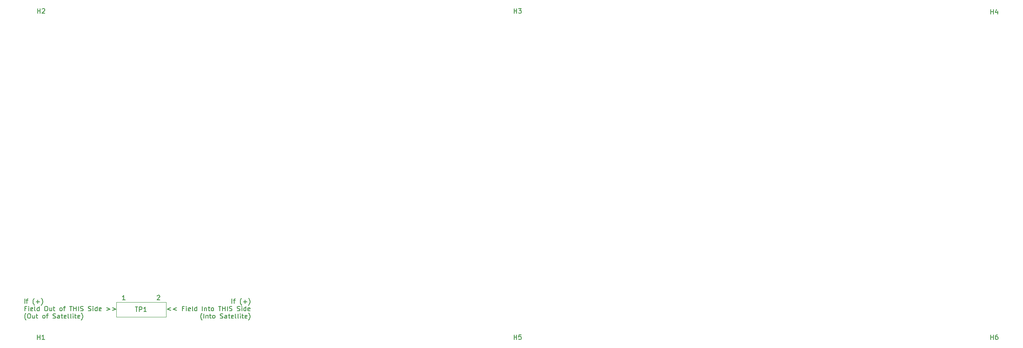
<source format=gto>
%TF.GenerationSoftware,KiCad,Pcbnew,7.0.2-0*%
%TF.CreationDate,2024-05-09T13:19:14-07:00*%
%TF.ProjectId,New_Coil_Panel_Y,4e65775f-436f-4696-9c5f-50616e656c5f,2.0*%
%TF.SameCoordinates,Original*%
%TF.FileFunction,Legend,Top*%
%TF.FilePolarity,Positive*%
%FSLAX46Y46*%
G04 Gerber Fmt 4.6, Leading zero omitted, Abs format (unit mm)*
G04 Created by KiCad (PCBNEW 7.0.2-0) date 2024-05-09 13:19:14*
%MOMM*%
%LPD*%
G01*
G04 APERTURE LIST*
%ADD10C,0.150000*%
%ADD11C,0.120000*%
%ADD12C,2.600000*%
%ADD13C,3.800000*%
G04 APERTURE END LIST*
D10*
X48842095Y-117311619D02*
X48842095Y-116311619D01*
X49175428Y-116644952D02*
X49556380Y-116644952D01*
X49318285Y-117311619D02*
X49318285Y-116454476D01*
X49318285Y-116454476D02*
X49365904Y-116359238D01*
X49365904Y-116359238D02*
X49461142Y-116311619D01*
X49461142Y-116311619D02*
X49556380Y-116311619D01*
X50937333Y-117692571D02*
X50889714Y-117644952D01*
X50889714Y-117644952D02*
X50794476Y-117502095D01*
X50794476Y-117502095D02*
X50746857Y-117406857D01*
X50746857Y-117406857D02*
X50699238Y-117264000D01*
X50699238Y-117264000D02*
X50651619Y-117025904D01*
X50651619Y-117025904D02*
X50651619Y-116835428D01*
X50651619Y-116835428D02*
X50699238Y-116597333D01*
X50699238Y-116597333D02*
X50746857Y-116454476D01*
X50746857Y-116454476D02*
X50794476Y-116359238D01*
X50794476Y-116359238D02*
X50889714Y-116216380D01*
X50889714Y-116216380D02*
X50937333Y-116168761D01*
X51318286Y-116930666D02*
X52080191Y-116930666D01*
X51699238Y-117311619D02*
X51699238Y-116549714D01*
X52461143Y-117692571D02*
X52508762Y-117644952D01*
X52508762Y-117644952D02*
X52604000Y-117502095D01*
X52604000Y-117502095D02*
X52651619Y-117406857D01*
X52651619Y-117406857D02*
X52699238Y-117264000D01*
X52699238Y-117264000D02*
X52746857Y-117025904D01*
X52746857Y-117025904D02*
X52746857Y-116835428D01*
X52746857Y-116835428D02*
X52699238Y-116597333D01*
X52699238Y-116597333D02*
X52651619Y-116454476D01*
X52651619Y-116454476D02*
X52604000Y-116359238D01*
X52604000Y-116359238D02*
X52508762Y-116216380D01*
X52508762Y-116216380D02*
X52461143Y-116168761D01*
X49175428Y-118407809D02*
X48842095Y-118407809D01*
X48842095Y-118931619D02*
X48842095Y-117931619D01*
X48842095Y-117931619D02*
X49318285Y-117931619D01*
X49699238Y-118931619D02*
X49699238Y-118264952D01*
X49699238Y-117931619D02*
X49651619Y-117979238D01*
X49651619Y-117979238D02*
X49699238Y-118026857D01*
X49699238Y-118026857D02*
X49746857Y-117979238D01*
X49746857Y-117979238D02*
X49699238Y-117931619D01*
X49699238Y-117931619D02*
X49699238Y-118026857D01*
X50556380Y-118884000D02*
X50461142Y-118931619D01*
X50461142Y-118931619D02*
X50270666Y-118931619D01*
X50270666Y-118931619D02*
X50175428Y-118884000D01*
X50175428Y-118884000D02*
X50127809Y-118788761D01*
X50127809Y-118788761D02*
X50127809Y-118407809D01*
X50127809Y-118407809D02*
X50175428Y-118312571D01*
X50175428Y-118312571D02*
X50270666Y-118264952D01*
X50270666Y-118264952D02*
X50461142Y-118264952D01*
X50461142Y-118264952D02*
X50556380Y-118312571D01*
X50556380Y-118312571D02*
X50603999Y-118407809D01*
X50603999Y-118407809D02*
X50603999Y-118503047D01*
X50603999Y-118503047D02*
X50127809Y-118598285D01*
X51175428Y-118931619D02*
X51080190Y-118884000D01*
X51080190Y-118884000D02*
X51032571Y-118788761D01*
X51032571Y-118788761D02*
X51032571Y-117931619D01*
X51984952Y-118931619D02*
X51984952Y-117931619D01*
X51984952Y-118884000D02*
X51889714Y-118931619D01*
X51889714Y-118931619D02*
X51699238Y-118931619D01*
X51699238Y-118931619D02*
X51604000Y-118884000D01*
X51604000Y-118884000D02*
X51556381Y-118836380D01*
X51556381Y-118836380D02*
X51508762Y-118741142D01*
X51508762Y-118741142D02*
X51508762Y-118455428D01*
X51508762Y-118455428D02*
X51556381Y-118360190D01*
X51556381Y-118360190D02*
X51604000Y-118312571D01*
X51604000Y-118312571D02*
X51699238Y-118264952D01*
X51699238Y-118264952D02*
X51889714Y-118264952D01*
X51889714Y-118264952D02*
X51984952Y-118312571D01*
X53413524Y-117931619D02*
X53604000Y-117931619D01*
X53604000Y-117931619D02*
X53699238Y-117979238D01*
X53699238Y-117979238D02*
X53794476Y-118074476D01*
X53794476Y-118074476D02*
X53842095Y-118264952D01*
X53842095Y-118264952D02*
X53842095Y-118598285D01*
X53842095Y-118598285D02*
X53794476Y-118788761D01*
X53794476Y-118788761D02*
X53699238Y-118884000D01*
X53699238Y-118884000D02*
X53604000Y-118931619D01*
X53604000Y-118931619D02*
X53413524Y-118931619D01*
X53413524Y-118931619D02*
X53318286Y-118884000D01*
X53318286Y-118884000D02*
X53223048Y-118788761D01*
X53223048Y-118788761D02*
X53175429Y-118598285D01*
X53175429Y-118598285D02*
X53175429Y-118264952D01*
X53175429Y-118264952D02*
X53223048Y-118074476D01*
X53223048Y-118074476D02*
X53318286Y-117979238D01*
X53318286Y-117979238D02*
X53413524Y-117931619D01*
X54699238Y-118264952D02*
X54699238Y-118931619D01*
X54270667Y-118264952D02*
X54270667Y-118788761D01*
X54270667Y-118788761D02*
X54318286Y-118884000D01*
X54318286Y-118884000D02*
X54413524Y-118931619D01*
X54413524Y-118931619D02*
X54556381Y-118931619D01*
X54556381Y-118931619D02*
X54651619Y-118884000D01*
X54651619Y-118884000D02*
X54699238Y-118836380D01*
X55032572Y-118264952D02*
X55413524Y-118264952D01*
X55175429Y-117931619D02*
X55175429Y-118788761D01*
X55175429Y-118788761D02*
X55223048Y-118884000D01*
X55223048Y-118884000D02*
X55318286Y-118931619D01*
X55318286Y-118931619D02*
X55413524Y-118931619D01*
X56651620Y-118931619D02*
X56556382Y-118884000D01*
X56556382Y-118884000D02*
X56508763Y-118836380D01*
X56508763Y-118836380D02*
X56461144Y-118741142D01*
X56461144Y-118741142D02*
X56461144Y-118455428D01*
X56461144Y-118455428D02*
X56508763Y-118360190D01*
X56508763Y-118360190D02*
X56556382Y-118312571D01*
X56556382Y-118312571D02*
X56651620Y-118264952D01*
X56651620Y-118264952D02*
X56794477Y-118264952D01*
X56794477Y-118264952D02*
X56889715Y-118312571D01*
X56889715Y-118312571D02*
X56937334Y-118360190D01*
X56937334Y-118360190D02*
X56984953Y-118455428D01*
X56984953Y-118455428D02*
X56984953Y-118741142D01*
X56984953Y-118741142D02*
X56937334Y-118836380D01*
X56937334Y-118836380D02*
X56889715Y-118884000D01*
X56889715Y-118884000D02*
X56794477Y-118931619D01*
X56794477Y-118931619D02*
X56651620Y-118931619D01*
X57270668Y-118264952D02*
X57651620Y-118264952D01*
X57413525Y-118931619D02*
X57413525Y-118074476D01*
X57413525Y-118074476D02*
X57461144Y-117979238D01*
X57461144Y-117979238D02*
X57556382Y-117931619D01*
X57556382Y-117931619D02*
X57651620Y-117931619D01*
X58604002Y-117931619D02*
X59175430Y-117931619D01*
X58889716Y-118931619D02*
X58889716Y-117931619D01*
X59508764Y-118931619D02*
X59508764Y-117931619D01*
X59508764Y-118407809D02*
X60080192Y-118407809D01*
X60080192Y-118931619D02*
X60080192Y-117931619D01*
X60556383Y-118931619D02*
X60556383Y-117931619D01*
X60984954Y-118884000D02*
X61127811Y-118931619D01*
X61127811Y-118931619D02*
X61365906Y-118931619D01*
X61365906Y-118931619D02*
X61461144Y-118884000D01*
X61461144Y-118884000D02*
X61508763Y-118836380D01*
X61508763Y-118836380D02*
X61556382Y-118741142D01*
X61556382Y-118741142D02*
X61556382Y-118645904D01*
X61556382Y-118645904D02*
X61508763Y-118550666D01*
X61508763Y-118550666D02*
X61461144Y-118503047D01*
X61461144Y-118503047D02*
X61365906Y-118455428D01*
X61365906Y-118455428D02*
X61175430Y-118407809D01*
X61175430Y-118407809D02*
X61080192Y-118360190D01*
X61080192Y-118360190D02*
X61032573Y-118312571D01*
X61032573Y-118312571D02*
X60984954Y-118217333D01*
X60984954Y-118217333D02*
X60984954Y-118122095D01*
X60984954Y-118122095D02*
X61032573Y-118026857D01*
X61032573Y-118026857D02*
X61080192Y-117979238D01*
X61080192Y-117979238D02*
X61175430Y-117931619D01*
X61175430Y-117931619D02*
X61413525Y-117931619D01*
X61413525Y-117931619D02*
X61556382Y-117979238D01*
X62699240Y-118884000D02*
X62842097Y-118931619D01*
X62842097Y-118931619D02*
X63080192Y-118931619D01*
X63080192Y-118931619D02*
X63175430Y-118884000D01*
X63175430Y-118884000D02*
X63223049Y-118836380D01*
X63223049Y-118836380D02*
X63270668Y-118741142D01*
X63270668Y-118741142D02*
X63270668Y-118645904D01*
X63270668Y-118645904D02*
X63223049Y-118550666D01*
X63223049Y-118550666D02*
X63175430Y-118503047D01*
X63175430Y-118503047D02*
X63080192Y-118455428D01*
X63080192Y-118455428D02*
X62889716Y-118407809D01*
X62889716Y-118407809D02*
X62794478Y-118360190D01*
X62794478Y-118360190D02*
X62746859Y-118312571D01*
X62746859Y-118312571D02*
X62699240Y-118217333D01*
X62699240Y-118217333D02*
X62699240Y-118122095D01*
X62699240Y-118122095D02*
X62746859Y-118026857D01*
X62746859Y-118026857D02*
X62794478Y-117979238D01*
X62794478Y-117979238D02*
X62889716Y-117931619D01*
X62889716Y-117931619D02*
X63127811Y-117931619D01*
X63127811Y-117931619D02*
X63270668Y-117979238D01*
X63699240Y-118931619D02*
X63699240Y-118264952D01*
X63699240Y-117931619D02*
X63651621Y-117979238D01*
X63651621Y-117979238D02*
X63699240Y-118026857D01*
X63699240Y-118026857D02*
X63746859Y-117979238D01*
X63746859Y-117979238D02*
X63699240Y-117931619D01*
X63699240Y-117931619D02*
X63699240Y-118026857D01*
X64604001Y-118931619D02*
X64604001Y-117931619D01*
X64604001Y-118884000D02*
X64508763Y-118931619D01*
X64508763Y-118931619D02*
X64318287Y-118931619D01*
X64318287Y-118931619D02*
X64223049Y-118884000D01*
X64223049Y-118884000D02*
X64175430Y-118836380D01*
X64175430Y-118836380D02*
X64127811Y-118741142D01*
X64127811Y-118741142D02*
X64127811Y-118455428D01*
X64127811Y-118455428D02*
X64175430Y-118360190D01*
X64175430Y-118360190D02*
X64223049Y-118312571D01*
X64223049Y-118312571D02*
X64318287Y-118264952D01*
X64318287Y-118264952D02*
X64508763Y-118264952D01*
X64508763Y-118264952D02*
X64604001Y-118312571D01*
X65461144Y-118884000D02*
X65365906Y-118931619D01*
X65365906Y-118931619D02*
X65175430Y-118931619D01*
X65175430Y-118931619D02*
X65080192Y-118884000D01*
X65080192Y-118884000D02*
X65032573Y-118788761D01*
X65032573Y-118788761D02*
X65032573Y-118407809D01*
X65032573Y-118407809D02*
X65080192Y-118312571D01*
X65080192Y-118312571D02*
X65175430Y-118264952D01*
X65175430Y-118264952D02*
X65365906Y-118264952D01*
X65365906Y-118264952D02*
X65461144Y-118312571D01*
X65461144Y-118312571D02*
X65508763Y-118407809D01*
X65508763Y-118407809D02*
X65508763Y-118503047D01*
X65508763Y-118503047D02*
X65032573Y-118598285D01*
X66699240Y-118264952D02*
X67461145Y-118550666D01*
X67461145Y-118550666D02*
X66699240Y-118836380D01*
X67937335Y-118264952D02*
X68699240Y-118550666D01*
X68699240Y-118550666D02*
X67937335Y-118836380D01*
X49127809Y-120932571D02*
X49080190Y-120884952D01*
X49080190Y-120884952D02*
X48984952Y-120742095D01*
X48984952Y-120742095D02*
X48937333Y-120646857D01*
X48937333Y-120646857D02*
X48889714Y-120504000D01*
X48889714Y-120504000D02*
X48842095Y-120265904D01*
X48842095Y-120265904D02*
X48842095Y-120075428D01*
X48842095Y-120075428D02*
X48889714Y-119837333D01*
X48889714Y-119837333D02*
X48937333Y-119694476D01*
X48937333Y-119694476D02*
X48984952Y-119599238D01*
X48984952Y-119599238D02*
X49080190Y-119456380D01*
X49080190Y-119456380D02*
X49127809Y-119408761D01*
X49699238Y-119551619D02*
X49889714Y-119551619D01*
X49889714Y-119551619D02*
X49984952Y-119599238D01*
X49984952Y-119599238D02*
X50080190Y-119694476D01*
X50080190Y-119694476D02*
X50127809Y-119884952D01*
X50127809Y-119884952D02*
X50127809Y-120218285D01*
X50127809Y-120218285D02*
X50080190Y-120408761D01*
X50080190Y-120408761D02*
X49984952Y-120504000D01*
X49984952Y-120504000D02*
X49889714Y-120551619D01*
X49889714Y-120551619D02*
X49699238Y-120551619D01*
X49699238Y-120551619D02*
X49604000Y-120504000D01*
X49604000Y-120504000D02*
X49508762Y-120408761D01*
X49508762Y-120408761D02*
X49461143Y-120218285D01*
X49461143Y-120218285D02*
X49461143Y-119884952D01*
X49461143Y-119884952D02*
X49508762Y-119694476D01*
X49508762Y-119694476D02*
X49604000Y-119599238D01*
X49604000Y-119599238D02*
X49699238Y-119551619D01*
X50984952Y-119884952D02*
X50984952Y-120551619D01*
X50556381Y-119884952D02*
X50556381Y-120408761D01*
X50556381Y-120408761D02*
X50604000Y-120504000D01*
X50604000Y-120504000D02*
X50699238Y-120551619D01*
X50699238Y-120551619D02*
X50842095Y-120551619D01*
X50842095Y-120551619D02*
X50937333Y-120504000D01*
X50937333Y-120504000D02*
X50984952Y-120456380D01*
X51318286Y-119884952D02*
X51699238Y-119884952D01*
X51461143Y-119551619D02*
X51461143Y-120408761D01*
X51461143Y-120408761D02*
X51508762Y-120504000D01*
X51508762Y-120504000D02*
X51604000Y-120551619D01*
X51604000Y-120551619D02*
X51699238Y-120551619D01*
X52937334Y-120551619D02*
X52842096Y-120504000D01*
X52842096Y-120504000D02*
X52794477Y-120456380D01*
X52794477Y-120456380D02*
X52746858Y-120361142D01*
X52746858Y-120361142D02*
X52746858Y-120075428D01*
X52746858Y-120075428D02*
X52794477Y-119980190D01*
X52794477Y-119980190D02*
X52842096Y-119932571D01*
X52842096Y-119932571D02*
X52937334Y-119884952D01*
X52937334Y-119884952D02*
X53080191Y-119884952D01*
X53080191Y-119884952D02*
X53175429Y-119932571D01*
X53175429Y-119932571D02*
X53223048Y-119980190D01*
X53223048Y-119980190D02*
X53270667Y-120075428D01*
X53270667Y-120075428D02*
X53270667Y-120361142D01*
X53270667Y-120361142D02*
X53223048Y-120456380D01*
X53223048Y-120456380D02*
X53175429Y-120504000D01*
X53175429Y-120504000D02*
X53080191Y-120551619D01*
X53080191Y-120551619D02*
X52937334Y-120551619D01*
X53556382Y-119884952D02*
X53937334Y-119884952D01*
X53699239Y-120551619D02*
X53699239Y-119694476D01*
X53699239Y-119694476D02*
X53746858Y-119599238D01*
X53746858Y-119599238D02*
X53842096Y-119551619D01*
X53842096Y-119551619D02*
X53937334Y-119551619D01*
X54984954Y-120504000D02*
X55127811Y-120551619D01*
X55127811Y-120551619D02*
X55365906Y-120551619D01*
X55365906Y-120551619D02*
X55461144Y-120504000D01*
X55461144Y-120504000D02*
X55508763Y-120456380D01*
X55508763Y-120456380D02*
X55556382Y-120361142D01*
X55556382Y-120361142D02*
X55556382Y-120265904D01*
X55556382Y-120265904D02*
X55508763Y-120170666D01*
X55508763Y-120170666D02*
X55461144Y-120123047D01*
X55461144Y-120123047D02*
X55365906Y-120075428D01*
X55365906Y-120075428D02*
X55175430Y-120027809D01*
X55175430Y-120027809D02*
X55080192Y-119980190D01*
X55080192Y-119980190D02*
X55032573Y-119932571D01*
X55032573Y-119932571D02*
X54984954Y-119837333D01*
X54984954Y-119837333D02*
X54984954Y-119742095D01*
X54984954Y-119742095D02*
X55032573Y-119646857D01*
X55032573Y-119646857D02*
X55080192Y-119599238D01*
X55080192Y-119599238D02*
X55175430Y-119551619D01*
X55175430Y-119551619D02*
X55413525Y-119551619D01*
X55413525Y-119551619D02*
X55556382Y-119599238D01*
X56413525Y-120551619D02*
X56413525Y-120027809D01*
X56413525Y-120027809D02*
X56365906Y-119932571D01*
X56365906Y-119932571D02*
X56270668Y-119884952D01*
X56270668Y-119884952D02*
X56080192Y-119884952D01*
X56080192Y-119884952D02*
X55984954Y-119932571D01*
X56413525Y-120504000D02*
X56318287Y-120551619D01*
X56318287Y-120551619D02*
X56080192Y-120551619D01*
X56080192Y-120551619D02*
X55984954Y-120504000D01*
X55984954Y-120504000D02*
X55937335Y-120408761D01*
X55937335Y-120408761D02*
X55937335Y-120313523D01*
X55937335Y-120313523D02*
X55984954Y-120218285D01*
X55984954Y-120218285D02*
X56080192Y-120170666D01*
X56080192Y-120170666D02*
X56318287Y-120170666D01*
X56318287Y-120170666D02*
X56413525Y-120123047D01*
X56746859Y-119884952D02*
X57127811Y-119884952D01*
X56889716Y-119551619D02*
X56889716Y-120408761D01*
X56889716Y-120408761D02*
X56937335Y-120504000D01*
X56937335Y-120504000D02*
X57032573Y-120551619D01*
X57032573Y-120551619D02*
X57127811Y-120551619D01*
X57842097Y-120504000D02*
X57746859Y-120551619D01*
X57746859Y-120551619D02*
X57556383Y-120551619D01*
X57556383Y-120551619D02*
X57461145Y-120504000D01*
X57461145Y-120504000D02*
X57413526Y-120408761D01*
X57413526Y-120408761D02*
X57413526Y-120027809D01*
X57413526Y-120027809D02*
X57461145Y-119932571D01*
X57461145Y-119932571D02*
X57556383Y-119884952D01*
X57556383Y-119884952D02*
X57746859Y-119884952D01*
X57746859Y-119884952D02*
X57842097Y-119932571D01*
X57842097Y-119932571D02*
X57889716Y-120027809D01*
X57889716Y-120027809D02*
X57889716Y-120123047D01*
X57889716Y-120123047D02*
X57413526Y-120218285D01*
X58461145Y-120551619D02*
X58365907Y-120504000D01*
X58365907Y-120504000D02*
X58318288Y-120408761D01*
X58318288Y-120408761D02*
X58318288Y-119551619D01*
X58984955Y-120551619D02*
X58889717Y-120504000D01*
X58889717Y-120504000D02*
X58842098Y-120408761D01*
X58842098Y-120408761D02*
X58842098Y-119551619D01*
X59365908Y-120551619D02*
X59365908Y-119884952D01*
X59365908Y-119551619D02*
X59318289Y-119599238D01*
X59318289Y-119599238D02*
X59365908Y-119646857D01*
X59365908Y-119646857D02*
X59413527Y-119599238D01*
X59413527Y-119599238D02*
X59365908Y-119551619D01*
X59365908Y-119551619D02*
X59365908Y-119646857D01*
X59699241Y-119884952D02*
X60080193Y-119884952D01*
X59842098Y-119551619D02*
X59842098Y-120408761D01*
X59842098Y-120408761D02*
X59889717Y-120504000D01*
X59889717Y-120504000D02*
X59984955Y-120551619D01*
X59984955Y-120551619D02*
X60080193Y-120551619D01*
X60794479Y-120504000D02*
X60699241Y-120551619D01*
X60699241Y-120551619D02*
X60508765Y-120551619D01*
X60508765Y-120551619D02*
X60413527Y-120504000D01*
X60413527Y-120504000D02*
X60365908Y-120408761D01*
X60365908Y-120408761D02*
X60365908Y-120027809D01*
X60365908Y-120027809D02*
X60413527Y-119932571D01*
X60413527Y-119932571D02*
X60508765Y-119884952D01*
X60508765Y-119884952D02*
X60699241Y-119884952D01*
X60699241Y-119884952D02*
X60794479Y-119932571D01*
X60794479Y-119932571D02*
X60842098Y-120027809D01*
X60842098Y-120027809D02*
X60842098Y-120123047D01*
X60842098Y-120123047D02*
X60365908Y-120218285D01*
X61175432Y-120932571D02*
X61223051Y-120884952D01*
X61223051Y-120884952D02*
X61318289Y-120742095D01*
X61318289Y-120742095D02*
X61365908Y-120646857D01*
X61365908Y-120646857D02*
X61413527Y-120504000D01*
X61413527Y-120504000D02*
X61461146Y-120265904D01*
X61461146Y-120265904D02*
X61461146Y-120075428D01*
X61461146Y-120075428D02*
X61413527Y-119837333D01*
X61413527Y-119837333D02*
X61365908Y-119694476D01*
X61365908Y-119694476D02*
X61318289Y-119599238D01*
X61318289Y-119599238D02*
X61223051Y-119456380D01*
X61223051Y-119456380D02*
X61175432Y-119408761D01*
X77694476Y-115646857D02*
X77742095Y-115599238D01*
X77742095Y-115599238D02*
X77837333Y-115551619D01*
X77837333Y-115551619D02*
X78075428Y-115551619D01*
X78075428Y-115551619D02*
X78170666Y-115599238D01*
X78170666Y-115599238D02*
X78218285Y-115646857D01*
X78218285Y-115646857D02*
X78265904Y-115742095D01*
X78265904Y-115742095D02*
X78265904Y-115837333D01*
X78265904Y-115837333D02*
X78218285Y-115980190D01*
X78218285Y-115980190D02*
X77646857Y-116551619D01*
X77646857Y-116551619D02*
X78265904Y-116551619D01*
X93961142Y-117311619D02*
X93961142Y-116311619D01*
X94294475Y-116644952D02*
X94675427Y-116644952D01*
X94437332Y-117311619D02*
X94437332Y-116454476D01*
X94437332Y-116454476D02*
X94484951Y-116359238D01*
X94484951Y-116359238D02*
X94580189Y-116311619D01*
X94580189Y-116311619D02*
X94675427Y-116311619D01*
X96056380Y-117692571D02*
X96008761Y-117644952D01*
X96008761Y-117644952D02*
X95913523Y-117502095D01*
X95913523Y-117502095D02*
X95865904Y-117406857D01*
X95865904Y-117406857D02*
X95818285Y-117264000D01*
X95818285Y-117264000D02*
X95770666Y-117025904D01*
X95770666Y-117025904D02*
X95770666Y-116835428D01*
X95770666Y-116835428D02*
X95818285Y-116597333D01*
X95818285Y-116597333D02*
X95865904Y-116454476D01*
X95865904Y-116454476D02*
X95913523Y-116359238D01*
X95913523Y-116359238D02*
X96008761Y-116216380D01*
X96008761Y-116216380D02*
X96056380Y-116168761D01*
X96437333Y-116930666D02*
X97199238Y-116930666D01*
X96818285Y-117311619D02*
X96818285Y-116549714D01*
X97580190Y-117692571D02*
X97627809Y-117644952D01*
X97627809Y-117644952D02*
X97723047Y-117502095D01*
X97723047Y-117502095D02*
X97770666Y-117406857D01*
X97770666Y-117406857D02*
X97818285Y-117264000D01*
X97818285Y-117264000D02*
X97865904Y-117025904D01*
X97865904Y-117025904D02*
X97865904Y-116835428D01*
X97865904Y-116835428D02*
X97818285Y-116597333D01*
X97818285Y-116597333D02*
X97770666Y-116454476D01*
X97770666Y-116454476D02*
X97723047Y-116359238D01*
X97723047Y-116359238D02*
X97627809Y-116216380D01*
X97627809Y-116216380D02*
X97580190Y-116168761D01*
X80675428Y-118264952D02*
X79913523Y-118550666D01*
X79913523Y-118550666D02*
X80675428Y-118836380D01*
X81913523Y-118264952D02*
X81151618Y-118550666D01*
X81151618Y-118550666D02*
X81913523Y-118836380D01*
X83484951Y-118407809D02*
X83151618Y-118407809D01*
X83151618Y-118931619D02*
X83151618Y-117931619D01*
X83151618Y-117931619D02*
X83627808Y-117931619D01*
X84008761Y-118931619D02*
X84008761Y-118264952D01*
X84008761Y-117931619D02*
X83961142Y-117979238D01*
X83961142Y-117979238D02*
X84008761Y-118026857D01*
X84008761Y-118026857D02*
X84056380Y-117979238D01*
X84056380Y-117979238D02*
X84008761Y-117931619D01*
X84008761Y-117931619D02*
X84008761Y-118026857D01*
X84865903Y-118884000D02*
X84770665Y-118931619D01*
X84770665Y-118931619D02*
X84580189Y-118931619D01*
X84580189Y-118931619D02*
X84484951Y-118884000D01*
X84484951Y-118884000D02*
X84437332Y-118788761D01*
X84437332Y-118788761D02*
X84437332Y-118407809D01*
X84437332Y-118407809D02*
X84484951Y-118312571D01*
X84484951Y-118312571D02*
X84580189Y-118264952D01*
X84580189Y-118264952D02*
X84770665Y-118264952D01*
X84770665Y-118264952D02*
X84865903Y-118312571D01*
X84865903Y-118312571D02*
X84913522Y-118407809D01*
X84913522Y-118407809D02*
X84913522Y-118503047D01*
X84913522Y-118503047D02*
X84437332Y-118598285D01*
X85484951Y-118931619D02*
X85389713Y-118884000D01*
X85389713Y-118884000D02*
X85342094Y-118788761D01*
X85342094Y-118788761D02*
X85342094Y-117931619D01*
X86294475Y-118931619D02*
X86294475Y-117931619D01*
X86294475Y-118884000D02*
X86199237Y-118931619D01*
X86199237Y-118931619D02*
X86008761Y-118931619D01*
X86008761Y-118931619D02*
X85913523Y-118884000D01*
X85913523Y-118884000D02*
X85865904Y-118836380D01*
X85865904Y-118836380D02*
X85818285Y-118741142D01*
X85818285Y-118741142D02*
X85818285Y-118455428D01*
X85818285Y-118455428D02*
X85865904Y-118360190D01*
X85865904Y-118360190D02*
X85913523Y-118312571D01*
X85913523Y-118312571D02*
X86008761Y-118264952D01*
X86008761Y-118264952D02*
X86199237Y-118264952D01*
X86199237Y-118264952D02*
X86294475Y-118312571D01*
X87532571Y-118931619D02*
X87532571Y-117931619D01*
X88008761Y-118264952D02*
X88008761Y-118931619D01*
X88008761Y-118360190D02*
X88056380Y-118312571D01*
X88056380Y-118312571D02*
X88151618Y-118264952D01*
X88151618Y-118264952D02*
X88294475Y-118264952D01*
X88294475Y-118264952D02*
X88389713Y-118312571D01*
X88389713Y-118312571D02*
X88437332Y-118407809D01*
X88437332Y-118407809D02*
X88437332Y-118931619D01*
X88770666Y-118264952D02*
X89151618Y-118264952D01*
X88913523Y-117931619D02*
X88913523Y-118788761D01*
X88913523Y-118788761D02*
X88961142Y-118884000D01*
X88961142Y-118884000D02*
X89056380Y-118931619D01*
X89056380Y-118931619D02*
X89151618Y-118931619D01*
X89627809Y-118931619D02*
X89532571Y-118884000D01*
X89532571Y-118884000D02*
X89484952Y-118836380D01*
X89484952Y-118836380D02*
X89437333Y-118741142D01*
X89437333Y-118741142D02*
X89437333Y-118455428D01*
X89437333Y-118455428D02*
X89484952Y-118360190D01*
X89484952Y-118360190D02*
X89532571Y-118312571D01*
X89532571Y-118312571D02*
X89627809Y-118264952D01*
X89627809Y-118264952D02*
X89770666Y-118264952D01*
X89770666Y-118264952D02*
X89865904Y-118312571D01*
X89865904Y-118312571D02*
X89913523Y-118360190D01*
X89913523Y-118360190D02*
X89961142Y-118455428D01*
X89961142Y-118455428D02*
X89961142Y-118741142D01*
X89961142Y-118741142D02*
X89913523Y-118836380D01*
X89913523Y-118836380D02*
X89865904Y-118884000D01*
X89865904Y-118884000D02*
X89770666Y-118931619D01*
X89770666Y-118931619D02*
X89627809Y-118931619D01*
X91008762Y-117931619D02*
X91580190Y-117931619D01*
X91294476Y-118931619D02*
X91294476Y-117931619D01*
X91913524Y-118931619D02*
X91913524Y-117931619D01*
X91913524Y-118407809D02*
X92484952Y-118407809D01*
X92484952Y-118931619D02*
X92484952Y-117931619D01*
X92961143Y-118931619D02*
X92961143Y-117931619D01*
X93389714Y-118884000D02*
X93532571Y-118931619D01*
X93532571Y-118931619D02*
X93770666Y-118931619D01*
X93770666Y-118931619D02*
X93865904Y-118884000D01*
X93865904Y-118884000D02*
X93913523Y-118836380D01*
X93913523Y-118836380D02*
X93961142Y-118741142D01*
X93961142Y-118741142D02*
X93961142Y-118645904D01*
X93961142Y-118645904D02*
X93913523Y-118550666D01*
X93913523Y-118550666D02*
X93865904Y-118503047D01*
X93865904Y-118503047D02*
X93770666Y-118455428D01*
X93770666Y-118455428D02*
X93580190Y-118407809D01*
X93580190Y-118407809D02*
X93484952Y-118360190D01*
X93484952Y-118360190D02*
X93437333Y-118312571D01*
X93437333Y-118312571D02*
X93389714Y-118217333D01*
X93389714Y-118217333D02*
X93389714Y-118122095D01*
X93389714Y-118122095D02*
X93437333Y-118026857D01*
X93437333Y-118026857D02*
X93484952Y-117979238D01*
X93484952Y-117979238D02*
X93580190Y-117931619D01*
X93580190Y-117931619D02*
X93818285Y-117931619D01*
X93818285Y-117931619D02*
X93961142Y-117979238D01*
X95104000Y-118884000D02*
X95246857Y-118931619D01*
X95246857Y-118931619D02*
X95484952Y-118931619D01*
X95484952Y-118931619D02*
X95580190Y-118884000D01*
X95580190Y-118884000D02*
X95627809Y-118836380D01*
X95627809Y-118836380D02*
X95675428Y-118741142D01*
X95675428Y-118741142D02*
X95675428Y-118645904D01*
X95675428Y-118645904D02*
X95627809Y-118550666D01*
X95627809Y-118550666D02*
X95580190Y-118503047D01*
X95580190Y-118503047D02*
X95484952Y-118455428D01*
X95484952Y-118455428D02*
X95294476Y-118407809D01*
X95294476Y-118407809D02*
X95199238Y-118360190D01*
X95199238Y-118360190D02*
X95151619Y-118312571D01*
X95151619Y-118312571D02*
X95104000Y-118217333D01*
X95104000Y-118217333D02*
X95104000Y-118122095D01*
X95104000Y-118122095D02*
X95151619Y-118026857D01*
X95151619Y-118026857D02*
X95199238Y-117979238D01*
X95199238Y-117979238D02*
X95294476Y-117931619D01*
X95294476Y-117931619D02*
X95532571Y-117931619D01*
X95532571Y-117931619D02*
X95675428Y-117979238D01*
X96104000Y-118931619D02*
X96104000Y-118264952D01*
X96104000Y-117931619D02*
X96056381Y-117979238D01*
X96056381Y-117979238D02*
X96104000Y-118026857D01*
X96104000Y-118026857D02*
X96151619Y-117979238D01*
X96151619Y-117979238D02*
X96104000Y-117931619D01*
X96104000Y-117931619D02*
X96104000Y-118026857D01*
X97008761Y-118931619D02*
X97008761Y-117931619D01*
X97008761Y-118884000D02*
X96913523Y-118931619D01*
X96913523Y-118931619D02*
X96723047Y-118931619D01*
X96723047Y-118931619D02*
X96627809Y-118884000D01*
X96627809Y-118884000D02*
X96580190Y-118836380D01*
X96580190Y-118836380D02*
X96532571Y-118741142D01*
X96532571Y-118741142D02*
X96532571Y-118455428D01*
X96532571Y-118455428D02*
X96580190Y-118360190D01*
X96580190Y-118360190D02*
X96627809Y-118312571D01*
X96627809Y-118312571D02*
X96723047Y-118264952D01*
X96723047Y-118264952D02*
X96913523Y-118264952D01*
X96913523Y-118264952D02*
X97008761Y-118312571D01*
X97865904Y-118884000D02*
X97770666Y-118931619D01*
X97770666Y-118931619D02*
X97580190Y-118931619D01*
X97580190Y-118931619D02*
X97484952Y-118884000D01*
X97484952Y-118884000D02*
X97437333Y-118788761D01*
X97437333Y-118788761D02*
X97437333Y-118407809D01*
X97437333Y-118407809D02*
X97484952Y-118312571D01*
X97484952Y-118312571D02*
X97580190Y-118264952D01*
X97580190Y-118264952D02*
X97770666Y-118264952D01*
X97770666Y-118264952D02*
X97865904Y-118312571D01*
X97865904Y-118312571D02*
X97913523Y-118407809D01*
X97913523Y-118407809D02*
X97913523Y-118503047D01*
X97913523Y-118503047D02*
X97437333Y-118598285D01*
X87437330Y-120932571D02*
X87389711Y-120884952D01*
X87389711Y-120884952D02*
X87294473Y-120742095D01*
X87294473Y-120742095D02*
X87246854Y-120646857D01*
X87246854Y-120646857D02*
X87199235Y-120504000D01*
X87199235Y-120504000D02*
X87151616Y-120265904D01*
X87151616Y-120265904D02*
X87151616Y-120075428D01*
X87151616Y-120075428D02*
X87199235Y-119837333D01*
X87199235Y-119837333D02*
X87246854Y-119694476D01*
X87246854Y-119694476D02*
X87294473Y-119599238D01*
X87294473Y-119599238D02*
X87389711Y-119456380D01*
X87389711Y-119456380D02*
X87437330Y-119408761D01*
X87818283Y-120551619D02*
X87818283Y-119551619D01*
X88294473Y-119884952D02*
X88294473Y-120551619D01*
X88294473Y-119980190D02*
X88342092Y-119932571D01*
X88342092Y-119932571D02*
X88437330Y-119884952D01*
X88437330Y-119884952D02*
X88580187Y-119884952D01*
X88580187Y-119884952D02*
X88675425Y-119932571D01*
X88675425Y-119932571D02*
X88723044Y-120027809D01*
X88723044Y-120027809D02*
X88723044Y-120551619D01*
X89056378Y-119884952D02*
X89437330Y-119884952D01*
X89199235Y-119551619D02*
X89199235Y-120408761D01*
X89199235Y-120408761D02*
X89246854Y-120504000D01*
X89246854Y-120504000D02*
X89342092Y-120551619D01*
X89342092Y-120551619D02*
X89437330Y-120551619D01*
X89913521Y-120551619D02*
X89818283Y-120504000D01*
X89818283Y-120504000D02*
X89770664Y-120456380D01*
X89770664Y-120456380D02*
X89723045Y-120361142D01*
X89723045Y-120361142D02*
X89723045Y-120075428D01*
X89723045Y-120075428D02*
X89770664Y-119980190D01*
X89770664Y-119980190D02*
X89818283Y-119932571D01*
X89818283Y-119932571D02*
X89913521Y-119884952D01*
X89913521Y-119884952D02*
X90056378Y-119884952D01*
X90056378Y-119884952D02*
X90151616Y-119932571D01*
X90151616Y-119932571D02*
X90199235Y-119980190D01*
X90199235Y-119980190D02*
X90246854Y-120075428D01*
X90246854Y-120075428D02*
X90246854Y-120361142D01*
X90246854Y-120361142D02*
X90199235Y-120456380D01*
X90199235Y-120456380D02*
X90151616Y-120504000D01*
X90151616Y-120504000D02*
X90056378Y-120551619D01*
X90056378Y-120551619D02*
X89913521Y-120551619D01*
X91389712Y-120504000D02*
X91532569Y-120551619D01*
X91532569Y-120551619D02*
X91770664Y-120551619D01*
X91770664Y-120551619D02*
X91865902Y-120504000D01*
X91865902Y-120504000D02*
X91913521Y-120456380D01*
X91913521Y-120456380D02*
X91961140Y-120361142D01*
X91961140Y-120361142D02*
X91961140Y-120265904D01*
X91961140Y-120265904D02*
X91913521Y-120170666D01*
X91913521Y-120170666D02*
X91865902Y-120123047D01*
X91865902Y-120123047D02*
X91770664Y-120075428D01*
X91770664Y-120075428D02*
X91580188Y-120027809D01*
X91580188Y-120027809D02*
X91484950Y-119980190D01*
X91484950Y-119980190D02*
X91437331Y-119932571D01*
X91437331Y-119932571D02*
X91389712Y-119837333D01*
X91389712Y-119837333D02*
X91389712Y-119742095D01*
X91389712Y-119742095D02*
X91437331Y-119646857D01*
X91437331Y-119646857D02*
X91484950Y-119599238D01*
X91484950Y-119599238D02*
X91580188Y-119551619D01*
X91580188Y-119551619D02*
X91818283Y-119551619D01*
X91818283Y-119551619D02*
X91961140Y-119599238D01*
X92818283Y-120551619D02*
X92818283Y-120027809D01*
X92818283Y-120027809D02*
X92770664Y-119932571D01*
X92770664Y-119932571D02*
X92675426Y-119884952D01*
X92675426Y-119884952D02*
X92484950Y-119884952D01*
X92484950Y-119884952D02*
X92389712Y-119932571D01*
X92818283Y-120504000D02*
X92723045Y-120551619D01*
X92723045Y-120551619D02*
X92484950Y-120551619D01*
X92484950Y-120551619D02*
X92389712Y-120504000D01*
X92389712Y-120504000D02*
X92342093Y-120408761D01*
X92342093Y-120408761D02*
X92342093Y-120313523D01*
X92342093Y-120313523D02*
X92389712Y-120218285D01*
X92389712Y-120218285D02*
X92484950Y-120170666D01*
X92484950Y-120170666D02*
X92723045Y-120170666D01*
X92723045Y-120170666D02*
X92818283Y-120123047D01*
X93151617Y-119884952D02*
X93532569Y-119884952D01*
X93294474Y-119551619D02*
X93294474Y-120408761D01*
X93294474Y-120408761D02*
X93342093Y-120504000D01*
X93342093Y-120504000D02*
X93437331Y-120551619D01*
X93437331Y-120551619D02*
X93532569Y-120551619D01*
X94246855Y-120504000D02*
X94151617Y-120551619D01*
X94151617Y-120551619D02*
X93961141Y-120551619D01*
X93961141Y-120551619D02*
X93865903Y-120504000D01*
X93865903Y-120504000D02*
X93818284Y-120408761D01*
X93818284Y-120408761D02*
X93818284Y-120027809D01*
X93818284Y-120027809D02*
X93865903Y-119932571D01*
X93865903Y-119932571D02*
X93961141Y-119884952D01*
X93961141Y-119884952D02*
X94151617Y-119884952D01*
X94151617Y-119884952D02*
X94246855Y-119932571D01*
X94246855Y-119932571D02*
X94294474Y-120027809D01*
X94294474Y-120027809D02*
X94294474Y-120123047D01*
X94294474Y-120123047D02*
X93818284Y-120218285D01*
X94865903Y-120551619D02*
X94770665Y-120504000D01*
X94770665Y-120504000D02*
X94723046Y-120408761D01*
X94723046Y-120408761D02*
X94723046Y-119551619D01*
X95389713Y-120551619D02*
X95294475Y-120504000D01*
X95294475Y-120504000D02*
X95246856Y-120408761D01*
X95246856Y-120408761D02*
X95246856Y-119551619D01*
X95770666Y-120551619D02*
X95770666Y-119884952D01*
X95770666Y-119551619D02*
X95723047Y-119599238D01*
X95723047Y-119599238D02*
X95770666Y-119646857D01*
X95770666Y-119646857D02*
X95818285Y-119599238D01*
X95818285Y-119599238D02*
X95770666Y-119551619D01*
X95770666Y-119551619D02*
X95770666Y-119646857D01*
X96103999Y-119884952D02*
X96484951Y-119884952D01*
X96246856Y-119551619D02*
X96246856Y-120408761D01*
X96246856Y-120408761D02*
X96294475Y-120504000D01*
X96294475Y-120504000D02*
X96389713Y-120551619D01*
X96389713Y-120551619D02*
X96484951Y-120551619D01*
X97199237Y-120504000D02*
X97103999Y-120551619D01*
X97103999Y-120551619D02*
X96913523Y-120551619D01*
X96913523Y-120551619D02*
X96818285Y-120504000D01*
X96818285Y-120504000D02*
X96770666Y-120408761D01*
X96770666Y-120408761D02*
X96770666Y-120027809D01*
X96770666Y-120027809D02*
X96818285Y-119932571D01*
X96818285Y-119932571D02*
X96913523Y-119884952D01*
X96913523Y-119884952D02*
X97103999Y-119884952D01*
X97103999Y-119884952D02*
X97199237Y-119932571D01*
X97199237Y-119932571D02*
X97246856Y-120027809D01*
X97246856Y-120027809D02*
X97246856Y-120123047D01*
X97246856Y-120123047D02*
X96770666Y-120218285D01*
X97580190Y-120932571D02*
X97627809Y-120884952D01*
X97627809Y-120884952D02*
X97723047Y-120742095D01*
X97723047Y-120742095D02*
X97770666Y-120646857D01*
X97770666Y-120646857D02*
X97818285Y-120504000D01*
X97818285Y-120504000D02*
X97865904Y-120265904D01*
X97865904Y-120265904D02*
X97865904Y-120075428D01*
X97865904Y-120075428D02*
X97818285Y-119837333D01*
X97818285Y-119837333D02*
X97770666Y-119694476D01*
X97770666Y-119694476D02*
X97723047Y-119599238D01*
X97723047Y-119599238D02*
X97627809Y-119456380D01*
X97627809Y-119456380D02*
X97580190Y-119408761D01*
X70715904Y-116551619D02*
X70144476Y-116551619D01*
X70430190Y-116551619D02*
X70430190Y-115551619D01*
X70430190Y-115551619D02*
X70334952Y-115694476D01*
X70334952Y-115694476D02*
X70239714Y-115789714D01*
X70239714Y-115789714D02*
X70144476Y-115837333D01*
X51642095Y-54036619D02*
X51642095Y-53036619D01*
X51642095Y-53512809D02*
X52213523Y-53512809D01*
X52213523Y-54036619D02*
X52213523Y-53036619D01*
X52642095Y-53131857D02*
X52689714Y-53084238D01*
X52689714Y-53084238D02*
X52784952Y-53036619D01*
X52784952Y-53036619D02*
X53023047Y-53036619D01*
X53023047Y-53036619D02*
X53118285Y-53084238D01*
X53118285Y-53084238D02*
X53165904Y-53131857D01*
X53165904Y-53131857D02*
X53213523Y-53227095D01*
X53213523Y-53227095D02*
X53213523Y-53322333D01*
X53213523Y-53322333D02*
X53165904Y-53465190D01*
X53165904Y-53465190D02*
X52594476Y-54036619D01*
X52594476Y-54036619D02*
X53213523Y-54036619D01*
X72906095Y-118088619D02*
X73477523Y-118088619D01*
X73191809Y-119088619D02*
X73191809Y-118088619D01*
X73810857Y-119088619D02*
X73810857Y-118088619D01*
X73810857Y-118088619D02*
X74191809Y-118088619D01*
X74191809Y-118088619D02*
X74287047Y-118136238D01*
X74287047Y-118136238D02*
X74334666Y-118183857D01*
X74334666Y-118183857D02*
X74382285Y-118279095D01*
X74382285Y-118279095D02*
X74382285Y-118421952D01*
X74382285Y-118421952D02*
X74334666Y-118517190D01*
X74334666Y-118517190D02*
X74287047Y-118564809D01*
X74287047Y-118564809D02*
X74191809Y-118612428D01*
X74191809Y-118612428D02*
X73810857Y-118612428D01*
X75334666Y-119088619D02*
X74763238Y-119088619D01*
X75048952Y-119088619D02*
X75048952Y-118088619D01*
X75048952Y-118088619D02*
X74953714Y-118231476D01*
X74953714Y-118231476D02*
X74858476Y-118326714D01*
X74858476Y-118326714D02*
X74763238Y-118374333D01*
X155359726Y-54036619D02*
X155359726Y-53036619D01*
X155359726Y-53512809D02*
X155931154Y-53512809D01*
X155931154Y-54036619D02*
X155931154Y-53036619D01*
X156312107Y-53036619D02*
X156931154Y-53036619D01*
X156931154Y-53036619D02*
X156597821Y-53417571D01*
X156597821Y-53417571D02*
X156740678Y-53417571D01*
X156740678Y-53417571D02*
X156835916Y-53465190D01*
X156835916Y-53465190D02*
X156883535Y-53512809D01*
X156883535Y-53512809D02*
X156931154Y-53608047D01*
X156931154Y-53608047D02*
X156931154Y-53846142D01*
X156931154Y-53846142D02*
X156883535Y-53941380D01*
X156883535Y-53941380D02*
X156835916Y-53989000D01*
X156835916Y-53989000D02*
X156740678Y-54036619D01*
X156740678Y-54036619D02*
X156454964Y-54036619D01*
X156454964Y-54036619D02*
X156359726Y-53989000D01*
X156359726Y-53989000D02*
X156312107Y-53941380D01*
X259109726Y-125148619D02*
X259109726Y-124148619D01*
X259109726Y-124624809D02*
X259681154Y-124624809D01*
X259681154Y-125148619D02*
X259681154Y-124148619D01*
X260585916Y-124148619D02*
X260395440Y-124148619D01*
X260395440Y-124148619D02*
X260300202Y-124196238D01*
X260300202Y-124196238D02*
X260252583Y-124243857D01*
X260252583Y-124243857D02*
X260157345Y-124386714D01*
X260157345Y-124386714D02*
X260109726Y-124577190D01*
X260109726Y-124577190D02*
X260109726Y-124958142D01*
X260109726Y-124958142D02*
X260157345Y-125053380D01*
X260157345Y-125053380D02*
X260204964Y-125101000D01*
X260204964Y-125101000D02*
X260300202Y-125148619D01*
X260300202Y-125148619D02*
X260490678Y-125148619D01*
X260490678Y-125148619D02*
X260585916Y-125101000D01*
X260585916Y-125101000D02*
X260633535Y-125053380D01*
X260633535Y-125053380D02*
X260681154Y-124958142D01*
X260681154Y-124958142D02*
X260681154Y-124720047D01*
X260681154Y-124720047D02*
X260633535Y-124624809D01*
X260633535Y-124624809D02*
X260585916Y-124577190D01*
X260585916Y-124577190D02*
X260490678Y-124529571D01*
X260490678Y-124529571D02*
X260300202Y-124529571D01*
X260300202Y-124529571D02*
X260204964Y-124577190D01*
X260204964Y-124577190D02*
X260157345Y-124624809D01*
X260157345Y-124624809D02*
X260109726Y-124720047D01*
X155359726Y-125148619D02*
X155359726Y-124148619D01*
X155359726Y-124624809D02*
X155931154Y-124624809D01*
X155931154Y-125148619D02*
X155931154Y-124148619D01*
X156883535Y-124148619D02*
X156407345Y-124148619D01*
X156407345Y-124148619D02*
X156359726Y-124624809D01*
X156359726Y-124624809D02*
X156407345Y-124577190D01*
X156407345Y-124577190D02*
X156502583Y-124529571D01*
X156502583Y-124529571D02*
X156740678Y-124529571D01*
X156740678Y-124529571D02*
X156835916Y-124577190D01*
X156835916Y-124577190D02*
X156883535Y-124624809D01*
X156883535Y-124624809D02*
X156931154Y-124720047D01*
X156931154Y-124720047D02*
X156931154Y-124958142D01*
X156931154Y-124958142D02*
X156883535Y-125053380D01*
X156883535Y-125053380D02*
X156835916Y-125101000D01*
X156835916Y-125101000D02*
X156740678Y-125148619D01*
X156740678Y-125148619D02*
X156502583Y-125148619D01*
X156502583Y-125148619D02*
X156407345Y-125101000D01*
X156407345Y-125101000D02*
X156359726Y-125053380D01*
X51609726Y-125148619D02*
X51609726Y-124148619D01*
X51609726Y-124624809D02*
X52181154Y-124624809D01*
X52181154Y-125148619D02*
X52181154Y-124148619D01*
X53181154Y-125148619D02*
X52609726Y-125148619D01*
X52895440Y-125148619D02*
X52895440Y-124148619D01*
X52895440Y-124148619D02*
X52800202Y-124291476D01*
X52800202Y-124291476D02*
X52704964Y-124386714D01*
X52704964Y-124386714D02*
X52609726Y-124434333D01*
X259142095Y-54236619D02*
X259142095Y-53236619D01*
X259142095Y-53712809D02*
X259713523Y-53712809D01*
X259713523Y-54236619D02*
X259713523Y-53236619D01*
X260618285Y-53569952D02*
X260618285Y-54236619D01*
X260380190Y-53189000D02*
X260142095Y-53903285D01*
X260142095Y-53903285D02*
X260761142Y-53903285D01*
D11*
X68748000Y-117026000D02*
X79648000Y-117026000D01*
X68748000Y-120226000D02*
X68748000Y-117026000D01*
X79648000Y-117026000D02*
X79648000Y-120226000D01*
X79648000Y-120226000D02*
X68748000Y-120226000D01*
%LPC*%
D12*
X52371631Y-50586000D03*
D13*
X52371631Y-50586000D03*
D12*
X70348000Y-118626000D03*
X77968000Y-118626000D03*
X156121631Y-50586000D03*
D13*
X156121631Y-50586000D03*
D12*
X259871631Y-127586000D03*
D13*
X259871631Y-127586000D03*
D12*
X156121631Y-127586000D03*
D13*
X156121631Y-127586000D03*
D12*
X52371631Y-127586000D03*
D13*
X52371631Y-127586000D03*
D12*
X259871631Y-50586000D03*
D13*
X259871631Y-50586000D03*
%LPD*%
M02*

</source>
